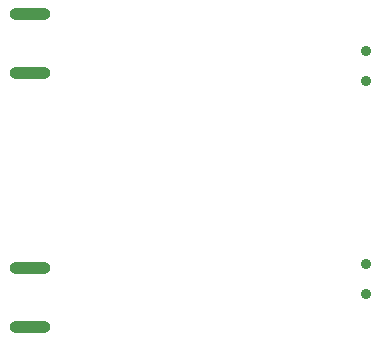
<source format=gbr>
%TF.GenerationSoftware,Altium Limited,Altium Designer,24.7.2 (38)*%
G04 Layer_Color=0*
%FSLAX43Y43*%
%MOMM*%
%TF.SameCoordinates,E959DE18-6F16-491B-AE1F-B8F7C51A02EC*%
%TF.FilePolarity,Positive*%
%TF.FileFunction,Plated,1,2,PTH,Drill*%
%TF.Part,Single*%
G01*
G75*
%TA.AperFunction,ComponentDrill*%
%ADD32O,3.500X1.000*%
%ADD33C,0.900*%
D32*
X-4500Y-8250D02*
D03*
Y-13250D02*
D03*
Y8250D02*
D03*
Y13250D02*
D03*
D33*
X24000Y-10500D02*
D03*
Y-7960D02*
D03*
X24000Y7551D02*
D03*
Y10091D02*
D03*
%TF.MD5,462a59a514588514b06b8490968f7d29*%
M02*

</source>
